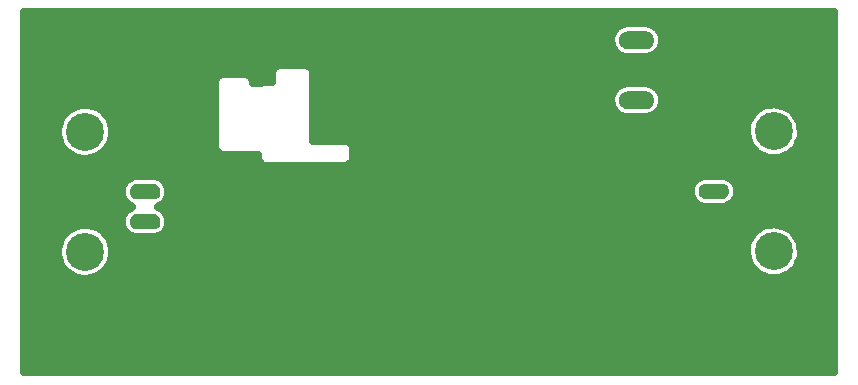
<source format=gbr>
G04 DipTrace 2.4.0.1*
%INBottom.gbr*%
%MOIN*%
%ADD17C,0.025*%
%ADD24C,0.1266*%
%ADD25C,0.0396*%
%ADD27C,0.152*%
%FSLAX44Y44*%
G04*
G70*
G90*
G75*
G01*
%LNBottom*%
%LPD*%
D25*
X18070Y9759D3*
X21657Y7460D3*
X15326Y7086D3*
D27*
X5857Y5169D3*
Y15212D3*
X28357D3*
Y5169D3*
X4212Y15925D2*
D17*
X31156D1*
X4212Y15676D2*
X23922D1*
X25284D2*
X31156D1*
X4212Y15427D2*
X23754D1*
X25449D2*
X31156D1*
X4212Y15179D2*
X23723D1*
X25480D2*
X31156D1*
X4212Y14930D2*
X23817D1*
X25386D2*
X31156D1*
X4212Y14681D2*
X31156D1*
X4212Y14433D2*
X31156D1*
X4212Y14184D2*
X12430D1*
X13851D2*
X31156D1*
X4212Y13935D2*
X10539D1*
X11820D2*
X12426D1*
X13851D2*
X31156D1*
X4212Y13687D2*
X10524D1*
X13851D2*
X23934D1*
X25269D2*
X31156D1*
X4212Y13438D2*
X10524D1*
X13847D2*
X23758D1*
X25445D2*
X31156D1*
X4212Y13189D2*
X10524D1*
X13847D2*
X23723D1*
X25480D2*
X31156D1*
X4212Y12940D2*
X5695D1*
X6742D2*
X10524D1*
X13843D2*
X23809D1*
X25394D2*
X28633D1*
X29722D2*
X31156D1*
X4212Y12692D2*
X5445D1*
X6992D2*
X10524D1*
X13843D2*
X24207D1*
X24995D2*
X28395D1*
X29956D2*
X31156D1*
X4212Y12443D2*
X5332D1*
X7105D2*
X10524D1*
X13843D2*
X28285D1*
X30070D2*
X31156D1*
X4212Y12194D2*
X5297D1*
X7140D2*
X10524D1*
X13839D2*
X28254D1*
X30101D2*
X31156D1*
X4212Y11946D2*
X5328D1*
X7105D2*
X10524D1*
X13839D2*
X28293D1*
X30062D2*
X31156D1*
X4212Y11697D2*
X5445D1*
X6992D2*
X10524D1*
X15156D2*
X28414D1*
X29941D2*
X31156D1*
X4212Y11448D2*
X5692D1*
X6745D2*
X10707D1*
X15163D2*
X28672D1*
X29679D2*
X31156D1*
X4212Y11200D2*
X11992D1*
X15136D2*
X31156D1*
X4212Y10951D2*
X31156D1*
X4212Y10702D2*
X7836D1*
X8601D2*
X26727D1*
X27628D2*
X31156D1*
X4212Y10454D2*
X7481D1*
X8952D2*
X26434D1*
X27921D2*
X31156D1*
X4212Y10205D2*
X7418D1*
X9019D2*
X26375D1*
X27976D2*
X31152D1*
X4212Y9956D2*
X7473D1*
X8964D2*
X26438D1*
X27917D2*
X31152D1*
X4212Y9708D2*
X7746D1*
X8691D2*
X26746D1*
X27605D2*
X31152D1*
X4212Y9459D2*
X7484D1*
X8949D2*
X31152D1*
X4212Y9210D2*
X7418D1*
X9019D2*
X31152D1*
X4212Y8961D2*
X5727D1*
X6710D2*
X7469D1*
X8968D2*
X28664D1*
X29691D2*
X31152D1*
X4212Y8713D2*
X5461D1*
X6976D2*
X7734D1*
X8702D2*
X28410D1*
X29945D2*
X31152D1*
X4212Y8464D2*
X5336D1*
X7101D2*
X28289D1*
X30062D2*
X31152D1*
X4212Y8215D2*
X5297D1*
X7140D2*
X28254D1*
X30101D2*
X31152D1*
X4212Y7967D2*
X5324D1*
X7113D2*
X28285D1*
X30066D2*
X31152D1*
X4212Y7718D2*
X5430D1*
X7003D2*
X28399D1*
X29952D2*
X31152D1*
X4212Y7469D2*
X5664D1*
X6773D2*
X28641D1*
X29710D2*
X31152D1*
X4212Y7221D2*
X31152D1*
X4212Y6972D2*
X31152D1*
X4212Y6723D2*
X31152D1*
X4212Y6475D2*
X31152D1*
X4212Y6226D2*
X31152D1*
X4212Y5977D2*
X31152D1*
X4212Y5729D2*
X31152D1*
X4212Y5480D2*
X31152D1*
X4212Y5231D2*
X31152D1*
X4212Y4982D2*
X31152D1*
X4212Y4734D2*
X31152D1*
X4212Y4485D2*
X31152D1*
X4212Y4236D2*
X31152D1*
X7107Y8069D2*
X7081Y7947D1*
X7039Y7830D1*
X6980Y7719D1*
X6907Y7618D1*
X6821Y7528D1*
X6722Y7451D1*
X6614Y7388D1*
X6499Y7341D1*
X6378Y7310D1*
X6254Y7296D1*
X6129Y7300D1*
X6006Y7321D1*
X5887Y7359D1*
X5774Y7413D1*
X5670Y7482D1*
X5577Y7565D1*
X5496Y7660D1*
X5429Y7766D1*
X5377Y7879D1*
X5341Y7999D1*
X5323Y8123D1*
X5322Y8248D1*
X5338Y8371D1*
X5371Y8492D1*
X5420Y8606D1*
X5485Y8713D1*
X5565Y8810D1*
X5656Y8894D1*
X5759Y8966D1*
X5871Y9022D1*
X5989Y9062D1*
X6112Y9085D1*
X6236Y9092D1*
X6361Y9080D1*
X6482Y9052D1*
X6599Y9007D1*
X6708Y8946D1*
X6808Y8871D1*
X6896Y8783D1*
X6971Y8683D1*
X7032Y8574D1*
X7077Y8457D1*
X7105Y8335D1*
X7116Y8194D1*
X7107Y8069D1*
Y12069D2*
X7081Y11947D1*
X7039Y11830D1*
X6980Y11719D1*
X6907Y11618D1*
X6821Y11528D1*
X6722Y11451D1*
X6614Y11388D1*
X6499Y11341D1*
X6378Y11310D1*
X6254Y11296D1*
X6129Y11300D1*
X6006Y11321D1*
X5887Y11359D1*
X5774Y11413D1*
X5670Y11482D1*
X5577Y11565D1*
X5496Y11660D1*
X5429Y11766D1*
X5377Y11879D1*
X5341Y11999D1*
X5323Y12123D1*
X5322Y12248D1*
X5338Y12371D1*
X5371Y12492D1*
X5420Y12606D1*
X5485Y12713D1*
X5565Y12810D1*
X5656Y12894D1*
X5759Y12966D1*
X5871Y13022D1*
X5989Y13062D1*
X6112Y13085D1*
X6236Y13092D1*
X6361Y13080D1*
X6482Y13052D1*
X6599Y13007D1*
X6708Y12946D1*
X6808Y12871D1*
X6896Y12783D1*
X6971Y12683D1*
X7032Y12574D1*
X7077Y12457D1*
X7105Y12335D1*
X7116Y12194D1*
X7107Y12069D1*
X7856Y8686D2*
X7768Y8708D1*
X7663Y8767D1*
X7634Y8786D1*
X7535Y8894D1*
X7514Y8923D1*
X7458Y9058D1*
X7448Y9092D1*
X7442Y9238D1*
X7444Y9273D1*
X7488Y9413D1*
X7503Y9445D1*
X7592Y9561D1*
X7616Y9586D1*
X7740Y9665D1*
X7796Y9689D1*
X7793Y9699D1*
X7663Y9767D1*
X7634Y9786D1*
X7535Y9894D1*
X7514Y9923D1*
X7458Y10058D1*
X7448Y10092D1*
X7442Y10238D1*
X7444Y10273D1*
X7488Y10413D1*
X7503Y10445D1*
X7592Y10561D1*
X7616Y10586D1*
X7740Y10665D1*
X7771Y10680D1*
X7916Y10712D1*
X8335Y10716D1*
X8521Y10712D1*
X8668Y10679D1*
X8773Y10621D1*
X8802Y10601D1*
X8901Y10493D1*
X8922Y10465D1*
X8978Y10329D1*
X8988Y10296D1*
X8994Y10149D1*
X8992Y10114D1*
X8948Y9975D1*
X8933Y9943D1*
X8844Y9827D1*
X8820Y9801D1*
X8696Y9723D1*
X8640Y9698D1*
X8643Y9688D1*
X8773Y9621D1*
X8802Y9601D1*
X8901Y9493D1*
X8922Y9465D1*
X8978Y9329D1*
X8988Y9296D1*
X8994Y9149D1*
X8992Y9114D1*
X8948Y8975D1*
X8933Y8943D1*
X8844Y8827D1*
X8820Y8801D1*
X8696Y8723D1*
X8665Y8707D1*
X8520Y8675D1*
X8101Y8671D1*
X7915Y8675D1*
X7856Y8686D1*
X30066Y12083D2*
X30040Y11961D1*
X29997Y11844D1*
X29939Y11733D1*
X29866Y11632D1*
X29779Y11542D1*
X29681Y11465D1*
X29573Y11402D1*
X29457Y11355D1*
X29336Y11324D1*
X29212Y11311D1*
X29087Y11314D1*
X28964Y11335D1*
X28845Y11373D1*
X28732Y11427D1*
X28628Y11496D1*
X28535Y11579D1*
X28454Y11674D1*
X28387Y11780D1*
X28335Y11894D1*
X28300Y12013D1*
X28281Y12137D1*
X28280Y12262D1*
X28296Y12386D1*
X28329Y12506D1*
X28379Y12621D1*
X28444Y12727D1*
X28523Y12824D1*
X28615Y12909D1*
X28717Y12980D1*
X28829Y13036D1*
X28947Y13076D1*
X29070Y13100D1*
X29195Y13106D1*
X29319Y13094D1*
X29441Y13066D1*
X29557Y13021D1*
X29666Y12960D1*
X29766Y12885D1*
X29854Y12797D1*
X29929Y12697D1*
X29990Y12588D1*
X30035Y12471D1*
X30063Y12350D1*
X30074Y12208D1*
X30066Y12083D1*
Y8083D2*
X30040Y7961D1*
X29997Y7844D1*
X29939Y7733D1*
X29866Y7632D1*
X29779Y7542D1*
X29681Y7465D1*
X29573Y7402D1*
X29457Y7355D1*
X29336Y7324D1*
X29212Y7311D1*
X29087Y7314D1*
X28964Y7335D1*
X28845Y7373D1*
X28732Y7427D1*
X28628Y7496D1*
X28535Y7579D1*
X28454Y7674D1*
X28387Y7780D1*
X28335Y7894D1*
X28300Y8013D1*
X28281Y8137D1*
X28280Y8262D1*
X28296Y8386D1*
X28329Y8506D1*
X28379Y8621D1*
X28444Y8727D1*
X28523Y8824D1*
X28615Y8909D1*
X28717Y8980D1*
X28829Y9036D1*
X28947Y9076D1*
X29070Y9100D1*
X29195Y9106D1*
X29319Y9094D1*
X29441Y9066D1*
X29557Y9021D1*
X29666Y8960D1*
X29766Y8885D1*
X29854Y8797D1*
X29929Y8697D1*
X29990Y8588D1*
X30035Y8471D1*
X30063Y8350D1*
X30074Y8208D1*
X30066Y8083D1*
X27538Y10716D2*
X27626Y10693D1*
X27731Y10635D1*
X27761Y10615D1*
X27860Y10507D1*
X27880Y10479D1*
X27936Y10344D1*
X27946Y10310D1*
X27952Y10164D1*
X27950Y10129D1*
X27906Y9989D1*
X27892Y9957D1*
X27803Y9841D1*
X27778Y9815D1*
X27655Y9737D1*
X27623Y9721D1*
X27478Y9689D1*
X27059Y9685D1*
X26873Y9689D1*
X26727Y9723D1*
X26621Y9781D1*
X26592Y9800D1*
X26493Y9908D1*
X26472Y9937D1*
X26417Y10072D1*
X26407Y10106D1*
X26400Y10252D1*
X26403Y10287D1*
X26447Y10427D1*
X26461Y10459D1*
X26550Y10575D1*
X26574Y10600D1*
X26698Y10679D1*
X26730Y10695D1*
X26874Y10726D1*
X27294Y10730D1*
X27479Y10726D1*
X27538Y10716D1*
X25012Y15791D2*
X25126Y15757D1*
X25276Y15660D1*
X25358Y15564D1*
X25405Y15484D1*
X25455Y15318D1*
X25456Y15194D1*
X25440Y15103D1*
X25372Y14944D1*
X25293Y14847D1*
X25222Y14788D1*
X25068Y14710D1*
X24899Y14683D1*
X24259Y14687D1*
X24091Y14726D1*
X23982Y14788D1*
X23912Y14847D1*
X23808Y14985D1*
X23764Y15102D1*
X23748Y15193D1*
X23757Y15366D1*
X23799Y15483D1*
X23845Y15563D1*
X23963Y15689D1*
X24071Y15753D1*
X24157Y15784D1*
X24305Y15806D1*
X24944Y15802D1*
X25012Y15791D1*
Y13791D2*
X25126Y13757D1*
X25276Y13660D1*
X25358Y13564D1*
X25405Y13484D1*
X25455Y13318D1*
X25456Y13194D1*
X25440Y13103D1*
X25372Y12944D1*
X25293Y12847D1*
X25222Y12788D1*
X25068Y12710D1*
X24899Y12683D1*
X24259Y12687D1*
X24091Y12726D1*
X23982Y12788D1*
X23912Y12847D1*
X23808Y12985D1*
X23764Y13102D1*
X23748Y13193D1*
X23757Y13366D1*
X23799Y13483D1*
X23845Y13563D1*
X23963Y13689D1*
X24071Y13753D1*
X24157Y13784D1*
X24305Y13806D1*
X24944Y13802D1*
X25012Y13791D1*
X12838Y14407D2*
X13560Y14414D1*
X13680Y14386D1*
X13775Y14306D1*
X13823Y14188D1*
X13827Y14147D1*
X13813Y11901D1*
X14873Y11898D1*
X14994Y11869D1*
X15088Y11789D1*
X15135Y11670D1*
X15138Y11318D1*
X15109Y11198D1*
X15029Y11104D1*
X14910Y11057D1*
X14497Y11054D1*
X12250Y11061D1*
X12130Y11090D1*
X12036Y11171D1*
X11990Y11290D1*
X11984Y11434D1*
X10814Y11435D1*
X10694Y11464D1*
X10600Y11545D1*
X10553Y11663D1*
X10549Y12200D1*
Y13846D1*
X10578Y13966D1*
X10659Y14060D1*
X10777Y14107D1*
X11089Y14112D1*
X11539Y14118D1*
X11660Y14091D1*
X11755Y14012D1*
X11803Y13894D1*
X11808Y13833D1*
X12449Y13843D1*
X12451Y14141D1*
X12480Y14261D1*
X12560Y14355D1*
X12679Y14402D1*
X12838Y14407D1*
X31056Y16170D2*
X4187Y16173D1*
Y4183D1*
X31177D1*
X31181Y16170D1*
X31056D1*
D24*
X6218Y8194D3*
Y12194D3*
G36*
X7961Y8936D2*
X7873Y8952D1*
X7795Y8996D1*
X7738Y9065D1*
X7707Y9149D1*
Y9238D1*
X7737Y9322D1*
X7795Y9391D1*
X7872Y9436D1*
X7960Y9451D1*
X8475D1*
X8563Y9436D1*
X8641Y9391D1*
X8698Y9323D1*
X8729Y9239D1*
Y9149D1*
X8699Y9065D1*
X8641Y8997D1*
X8564Y8952D1*
X8476Y8936D1*
X7961D1*
G37*
G36*
Y9936D2*
X7873Y9952D1*
X7795Y9996D1*
X7738Y10065D1*
X7707Y10149D1*
Y10238D1*
X7737Y10322D1*
X7795Y10391D1*
X7872Y10436D1*
X7960Y10451D1*
X8475D1*
X8563Y10436D1*
X8641Y10391D1*
X8698Y10323D1*
X8729Y10239D1*
Y10149D1*
X8699Y10065D1*
X8641Y9997D1*
X8564Y9952D1*
X8476Y9936D1*
X7961D1*
G37*
D24*
X29176Y12208D3*
Y8208D3*
G36*
X27434Y11465D2*
X27522Y11450D1*
X27599Y11405D1*
X27657Y11337D1*
X27687Y11253D1*
Y11163D1*
X27657Y11079D1*
X27600Y11011D1*
X27522Y10966D1*
X27434Y10950D1*
X26919D1*
X26831Y10966D1*
X26754Y11010D1*
X26696Y11079D1*
X26665Y11163D1*
Y11252D1*
X26696Y11336D1*
X26753Y11405D1*
X26831Y11450D1*
X26919Y11465D1*
X27434D1*
G37*
G36*
Y10465D2*
X27522Y10450D1*
X27599Y10405D1*
X27657Y10337D1*
X27687Y10253D1*
Y10163D1*
X27657Y10079D1*
X27600Y10011D1*
X27522Y9966D1*
X27434Y9950D1*
X26919D1*
X26831Y9966D1*
X26754Y10010D1*
X26696Y10079D1*
X26665Y10163D1*
Y10252D1*
X26696Y10336D1*
X26753Y10405D1*
X26831Y10450D1*
X26919Y10465D1*
X27434D1*
G37*
G36*
X24898Y15541D2*
X25000Y15524D1*
X25089Y15472D1*
X25156Y15393D1*
X25191Y15296D1*
Y15193D1*
X25156Y15096D1*
X25090Y15017D1*
X25000Y14966D1*
X24899Y14948D1*
X24305D1*
X24204Y14966D1*
X24114Y15017D1*
X24048Y15096D1*
X24013Y15193D1*
Y15296D1*
X24048Y15393D1*
X24114Y15472D1*
X24203Y15523D1*
X24305Y15541D1*
X24898D1*
G37*
G36*
Y14541D2*
X25000Y14524D1*
X25089Y14472D1*
X25156Y14393D1*
X25191Y14296D1*
Y14193D1*
X25156Y14096D1*
X25090Y14017D1*
X25000Y13966D1*
X24899Y13948D1*
X24305D1*
X24204Y13966D1*
X24114Y14017D1*
X24048Y14096D1*
X24013Y14193D1*
Y14296D1*
X24048Y14393D1*
X24114Y14472D1*
X24203Y14523D1*
X24305Y14541D1*
X24898D1*
G37*
G36*
Y13541D2*
X25000Y13524D1*
X25089Y13472D1*
X25156Y13393D1*
X25191Y13296D1*
Y13193D1*
X25156Y13096D1*
X25090Y13017D1*
X25000Y12966D1*
X24899Y12948D1*
X24305D1*
X24204Y12966D1*
X24114Y13017D1*
X24048Y13096D1*
X24013Y13193D1*
Y13296D1*
X24048Y13393D1*
X24114Y13472D1*
X24203Y13523D1*
X24305Y13541D1*
X24898D1*
G37*
M02*

</source>
